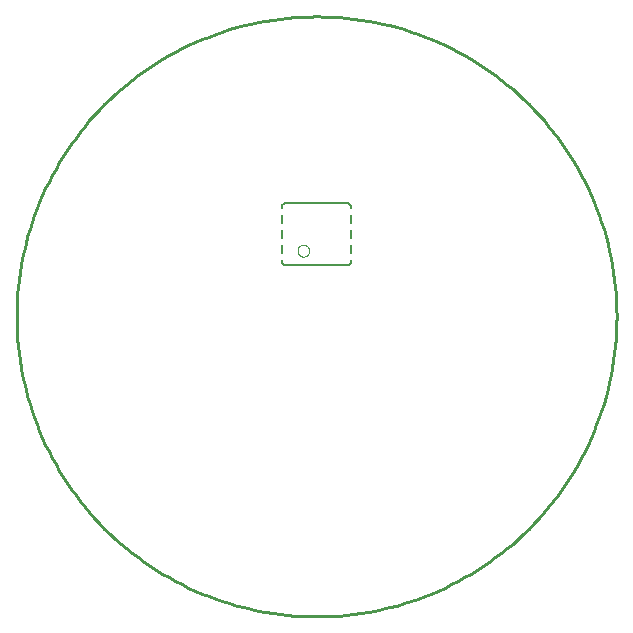
<source format=gbo>
G75*
%MOIN*%
%OFA0B0*%
%FSLAX25Y25*%
%IPPOS*%
%LPD*%
%AMOC8*
5,1,8,0,0,1.08239X$1,22.5*
%
%ADD10C,0.01000*%
%ADD11C,0.00600*%
%ADD12C,0.00200*%
D10*
X0001500Y0114770D02*
X0001530Y0117224D01*
X0001620Y0119677D01*
X0001771Y0122126D01*
X0001982Y0124572D01*
X0002252Y0127011D01*
X0002582Y0129443D01*
X0002972Y0131866D01*
X0003421Y0134279D01*
X0003930Y0136680D01*
X0004497Y0139068D01*
X0005122Y0141441D01*
X0005806Y0143798D01*
X0006547Y0146138D01*
X0007346Y0148459D01*
X0008201Y0150760D01*
X0009112Y0153038D01*
X0010079Y0155294D01*
X0011101Y0157526D01*
X0012178Y0159731D01*
X0013308Y0161910D01*
X0014491Y0164060D01*
X0015727Y0166180D01*
X0017015Y0168270D01*
X0018353Y0170327D01*
X0019742Y0172351D01*
X0021179Y0174340D01*
X0022665Y0176293D01*
X0024199Y0178209D01*
X0025779Y0180087D01*
X0027405Y0181926D01*
X0029075Y0183724D01*
X0030789Y0185481D01*
X0032546Y0187195D01*
X0034344Y0188865D01*
X0036183Y0190491D01*
X0038061Y0192071D01*
X0039977Y0193605D01*
X0041930Y0195091D01*
X0043919Y0196528D01*
X0045943Y0197917D01*
X0048000Y0199255D01*
X0050090Y0200543D01*
X0052210Y0201779D01*
X0054360Y0202962D01*
X0056539Y0204092D01*
X0058744Y0205169D01*
X0060976Y0206191D01*
X0063232Y0207158D01*
X0065510Y0208069D01*
X0067811Y0208924D01*
X0070132Y0209723D01*
X0072472Y0210464D01*
X0074829Y0211148D01*
X0077202Y0211773D01*
X0079590Y0212340D01*
X0081991Y0212849D01*
X0084404Y0213298D01*
X0086827Y0213688D01*
X0089259Y0214018D01*
X0091698Y0214288D01*
X0094144Y0214499D01*
X0096593Y0214650D01*
X0099046Y0214740D01*
X0101500Y0214770D01*
X0103954Y0214740D01*
X0106407Y0214650D01*
X0108856Y0214499D01*
X0111302Y0214288D01*
X0113741Y0214018D01*
X0116173Y0213688D01*
X0118596Y0213298D01*
X0121009Y0212849D01*
X0123410Y0212340D01*
X0125798Y0211773D01*
X0128171Y0211148D01*
X0130528Y0210464D01*
X0132868Y0209723D01*
X0135189Y0208924D01*
X0137490Y0208069D01*
X0139768Y0207158D01*
X0142024Y0206191D01*
X0144256Y0205169D01*
X0146461Y0204092D01*
X0148640Y0202962D01*
X0150790Y0201779D01*
X0152910Y0200543D01*
X0155000Y0199255D01*
X0157057Y0197917D01*
X0159081Y0196528D01*
X0161070Y0195091D01*
X0163023Y0193605D01*
X0164939Y0192071D01*
X0166817Y0190491D01*
X0168656Y0188865D01*
X0170454Y0187195D01*
X0172211Y0185481D01*
X0173925Y0183724D01*
X0175595Y0181926D01*
X0177221Y0180087D01*
X0178801Y0178209D01*
X0180335Y0176293D01*
X0181821Y0174340D01*
X0183258Y0172351D01*
X0184647Y0170327D01*
X0185985Y0168270D01*
X0187273Y0166180D01*
X0188509Y0164060D01*
X0189692Y0161910D01*
X0190822Y0159731D01*
X0191899Y0157526D01*
X0192921Y0155294D01*
X0193888Y0153038D01*
X0194799Y0150760D01*
X0195654Y0148459D01*
X0196453Y0146138D01*
X0197194Y0143798D01*
X0197878Y0141441D01*
X0198503Y0139068D01*
X0199070Y0136680D01*
X0199579Y0134279D01*
X0200028Y0131866D01*
X0200418Y0129443D01*
X0200748Y0127011D01*
X0201018Y0124572D01*
X0201229Y0122126D01*
X0201380Y0119677D01*
X0201470Y0117224D01*
X0201500Y0114770D01*
X0201470Y0112316D01*
X0201380Y0109863D01*
X0201229Y0107414D01*
X0201018Y0104968D01*
X0200748Y0102529D01*
X0200418Y0100097D01*
X0200028Y0097674D01*
X0199579Y0095261D01*
X0199070Y0092860D01*
X0198503Y0090472D01*
X0197878Y0088099D01*
X0197194Y0085742D01*
X0196453Y0083402D01*
X0195654Y0081081D01*
X0194799Y0078780D01*
X0193888Y0076502D01*
X0192921Y0074246D01*
X0191899Y0072014D01*
X0190822Y0069809D01*
X0189692Y0067630D01*
X0188509Y0065480D01*
X0187273Y0063360D01*
X0185985Y0061270D01*
X0184647Y0059213D01*
X0183258Y0057189D01*
X0181821Y0055200D01*
X0180335Y0053247D01*
X0178801Y0051331D01*
X0177221Y0049453D01*
X0175595Y0047614D01*
X0173925Y0045816D01*
X0172211Y0044059D01*
X0170454Y0042345D01*
X0168656Y0040675D01*
X0166817Y0039049D01*
X0164939Y0037469D01*
X0163023Y0035935D01*
X0161070Y0034449D01*
X0159081Y0033012D01*
X0157057Y0031623D01*
X0155000Y0030285D01*
X0152910Y0028997D01*
X0150790Y0027761D01*
X0148640Y0026578D01*
X0146461Y0025448D01*
X0144256Y0024371D01*
X0142024Y0023349D01*
X0139768Y0022382D01*
X0137490Y0021471D01*
X0135189Y0020616D01*
X0132868Y0019817D01*
X0130528Y0019076D01*
X0128171Y0018392D01*
X0125798Y0017767D01*
X0123410Y0017200D01*
X0121009Y0016691D01*
X0118596Y0016242D01*
X0116173Y0015852D01*
X0113741Y0015522D01*
X0111302Y0015252D01*
X0108856Y0015041D01*
X0106407Y0014890D01*
X0103954Y0014800D01*
X0101500Y0014770D01*
X0099046Y0014800D01*
X0096593Y0014890D01*
X0094144Y0015041D01*
X0091698Y0015252D01*
X0089259Y0015522D01*
X0086827Y0015852D01*
X0084404Y0016242D01*
X0081991Y0016691D01*
X0079590Y0017200D01*
X0077202Y0017767D01*
X0074829Y0018392D01*
X0072472Y0019076D01*
X0070132Y0019817D01*
X0067811Y0020616D01*
X0065510Y0021471D01*
X0063232Y0022382D01*
X0060976Y0023349D01*
X0058744Y0024371D01*
X0056539Y0025448D01*
X0054360Y0026578D01*
X0052210Y0027761D01*
X0050090Y0028997D01*
X0048000Y0030285D01*
X0045943Y0031623D01*
X0043919Y0033012D01*
X0041930Y0034449D01*
X0039977Y0035935D01*
X0038061Y0037469D01*
X0036183Y0039049D01*
X0034344Y0040675D01*
X0032546Y0042345D01*
X0030789Y0044059D01*
X0029075Y0045816D01*
X0027405Y0047614D01*
X0025779Y0049453D01*
X0024199Y0051331D01*
X0022665Y0053247D01*
X0021179Y0055200D01*
X0019742Y0057189D01*
X0018353Y0059213D01*
X0017015Y0061270D01*
X0015727Y0063360D01*
X0014491Y0065480D01*
X0013308Y0067630D01*
X0012178Y0069809D01*
X0011101Y0072014D01*
X0010079Y0074246D01*
X0009112Y0076502D01*
X0008201Y0078780D01*
X0007346Y0081081D01*
X0006547Y0083402D01*
X0005806Y0085742D01*
X0005122Y0088099D01*
X0004497Y0090472D01*
X0003930Y0092860D01*
X0003421Y0095261D01*
X0002972Y0097674D01*
X0002582Y0100097D01*
X0002252Y0102529D01*
X0001982Y0104968D01*
X0001771Y0107414D01*
X0001620Y0109863D01*
X0001530Y0112316D01*
X0001500Y0114770D01*
D11*
X0089984Y0133057D02*
X0089984Y0133569D01*
X0089985Y0133018D02*
X0089987Y0132956D01*
X0089993Y0132895D01*
X0090002Y0132834D01*
X0090016Y0132773D01*
X0090033Y0132714D01*
X0090054Y0132656D01*
X0090079Y0132599D01*
X0090107Y0132544D01*
X0090138Y0132491D01*
X0090173Y0132440D01*
X0090211Y0132391D01*
X0090252Y0132344D01*
X0090295Y0132301D01*
X0090342Y0132260D01*
X0090391Y0132222D01*
X0090442Y0132187D01*
X0090495Y0132156D01*
X0090550Y0132128D01*
X0090607Y0132103D01*
X0090665Y0132082D01*
X0090724Y0132065D01*
X0090785Y0132051D01*
X0090846Y0132042D01*
X0090907Y0132036D01*
X0090969Y0132034D01*
X0091008Y0132033D02*
X0111933Y0132033D01*
X0111933Y0132034D02*
X0111995Y0132036D01*
X0112056Y0132042D01*
X0112117Y0132051D01*
X0112178Y0132065D01*
X0112237Y0132082D01*
X0112295Y0132103D01*
X0112352Y0132128D01*
X0112407Y0132156D01*
X0112460Y0132187D01*
X0112511Y0132222D01*
X0112560Y0132260D01*
X0112607Y0132301D01*
X0112650Y0132344D01*
X0112691Y0132391D01*
X0112729Y0132440D01*
X0112764Y0132491D01*
X0112795Y0132544D01*
X0112823Y0132599D01*
X0112848Y0132656D01*
X0112869Y0132714D01*
X0112886Y0132773D01*
X0112900Y0132834D01*
X0112909Y0132895D01*
X0112915Y0132956D01*
X0112917Y0133018D01*
X0112917Y0133057D02*
X0112917Y0133569D01*
X0112917Y0136010D02*
X0112917Y0138529D01*
X0112917Y0141010D02*
X0112917Y0143529D01*
X0112917Y0146010D02*
X0112917Y0148529D01*
X0112917Y0150970D02*
X0112917Y0151561D01*
X0112917Y0151522D02*
X0112915Y0151584D01*
X0112909Y0151645D01*
X0112900Y0151706D01*
X0112886Y0151767D01*
X0112869Y0151826D01*
X0112848Y0151884D01*
X0112823Y0151941D01*
X0112795Y0151996D01*
X0112764Y0152049D01*
X0112729Y0152100D01*
X0112691Y0152149D01*
X0112650Y0152196D01*
X0112607Y0152239D01*
X0112560Y0152280D01*
X0112511Y0152318D01*
X0112460Y0152353D01*
X0112407Y0152384D01*
X0112352Y0152412D01*
X0112295Y0152437D01*
X0112237Y0152458D01*
X0112178Y0152475D01*
X0112117Y0152489D01*
X0112056Y0152498D01*
X0111995Y0152504D01*
X0111933Y0152506D01*
X0090969Y0152506D01*
X0090907Y0152504D01*
X0090846Y0152498D01*
X0090785Y0152489D01*
X0090724Y0152475D01*
X0090665Y0152458D01*
X0090607Y0152437D01*
X0090550Y0152412D01*
X0090495Y0152384D01*
X0090442Y0152353D01*
X0090391Y0152318D01*
X0090342Y0152280D01*
X0090295Y0152239D01*
X0090252Y0152196D01*
X0090211Y0152149D01*
X0090173Y0152100D01*
X0090138Y0152049D01*
X0090107Y0151996D01*
X0090079Y0151941D01*
X0090054Y0151884D01*
X0090033Y0151826D01*
X0090016Y0151767D01*
X0090002Y0151706D01*
X0089993Y0151645D01*
X0089987Y0151584D01*
X0089985Y0151522D01*
X0089984Y0151443D02*
X0089984Y0150931D01*
X0089984Y0148529D02*
X0089984Y0145970D01*
X0089984Y0143529D02*
X0089984Y0140970D01*
X0089984Y0138529D02*
X0089984Y0136010D01*
D12*
X0095141Y0136679D02*
X0095143Y0136767D01*
X0095149Y0136855D01*
X0095159Y0136943D01*
X0095173Y0137031D01*
X0095190Y0137117D01*
X0095212Y0137203D01*
X0095237Y0137287D01*
X0095267Y0137371D01*
X0095299Y0137453D01*
X0095336Y0137533D01*
X0095376Y0137612D01*
X0095420Y0137689D01*
X0095467Y0137764D01*
X0095517Y0137836D01*
X0095571Y0137907D01*
X0095627Y0137974D01*
X0095687Y0138040D01*
X0095749Y0138102D01*
X0095815Y0138162D01*
X0095882Y0138218D01*
X0095953Y0138272D01*
X0096025Y0138322D01*
X0096100Y0138369D01*
X0096177Y0138413D01*
X0096256Y0138453D01*
X0096336Y0138490D01*
X0096418Y0138522D01*
X0096502Y0138552D01*
X0096586Y0138577D01*
X0096672Y0138599D01*
X0096758Y0138616D01*
X0096846Y0138630D01*
X0096934Y0138640D01*
X0097022Y0138646D01*
X0097110Y0138648D01*
X0097198Y0138646D01*
X0097286Y0138640D01*
X0097374Y0138630D01*
X0097462Y0138616D01*
X0097548Y0138599D01*
X0097634Y0138577D01*
X0097718Y0138552D01*
X0097802Y0138522D01*
X0097884Y0138490D01*
X0097964Y0138453D01*
X0098043Y0138413D01*
X0098120Y0138369D01*
X0098195Y0138322D01*
X0098267Y0138272D01*
X0098338Y0138218D01*
X0098405Y0138162D01*
X0098471Y0138102D01*
X0098533Y0138040D01*
X0098593Y0137974D01*
X0098649Y0137907D01*
X0098703Y0137836D01*
X0098753Y0137764D01*
X0098800Y0137689D01*
X0098844Y0137612D01*
X0098884Y0137533D01*
X0098921Y0137453D01*
X0098953Y0137371D01*
X0098983Y0137287D01*
X0099008Y0137203D01*
X0099030Y0137117D01*
X0099047Y0137031D01*
X0099061Y0136943D01*
X0099071Y0136855D01*
X0099077Y0136767D01*
X0099079Y0136679D01*
X0099077Y0136591D01*
X0099071Y0136503D01*
X0099061Y0136415D01*
X0099047Y0136327D01*
X0099030Y0136241D01*
X0099008Y0136155D01*
X0098983Y0136071D01*
X0098953Y0135987D01*
X0098921Y0135905D01*
X0098884Y0135825D01*
X0098844Y0135746D01*
X0098800Y0135669D01*
X0098753Y0135594D01*
X0098703Y0135522D01*
X0098649Y0135451D01*
X0098593Y0135384D01*
X0098533Y0135318D01*
X0098471Y0135256D01*
X0098405Y0135196D01*
X0098338Y0135140D01*
X0098267Y0135086D01*
X0098195Y0135036D01*
X0098120Y0134989D01*
X0098043Y0134945D01*
X0097964Y0134905D01*
X0097884Y0134868D01*
X0097802Y0134836D01*
X0097718Y0134806D01*
X0097634Y0134781D01*
X0097548Y0134759D01*
X0097462Y0134742D01*
X0097374Y0134728D01*
X0097286Y0134718D01*
X0097198Y0134712D01*
X0097110Y0134710D01*
X0097022Y0134712D01*
X0096934Y0134718D01*
X0096846Y0134728D01*
X0096758Y0134742D01*
X0096672Y0134759D01*
X0096586Y0134781D01*
X0096502Y0134806D01*
X0096418Y0134836D01*
X0096336Y0134868D01*
X0096256Y0134905D01*
X0096177Y0134945D01*
X0096100Y0134989D01*
X0096025Y0135036D01*
X0095953Y0135086D01*
X0095882Y0135140D01*
X0095815Y0135196D01*
X0095749Y0135256D01*
X0095687Y0135318D01*
X0095627Y0135384D01*
X0095571Y0135451D01*
X0095517Y0135522D01*
X0095467Y0135594D01*
X0095420Y0135669D01*
X0095376Y0135746D01*
X0095336Y0135825D01*
X0095299Y0135905D01*
X0095267Y0135987D01*
X0095237Y0136071D01*
X0095212Y0136155D01*
X0095190Y0136241D01*
X0095173Y0136327D01*
X0095159Y0136415D01*
X0095149Y0136503D01*
X0095143Y0136591D01*
X0095141Y0136679D01*
M02*

</source>
